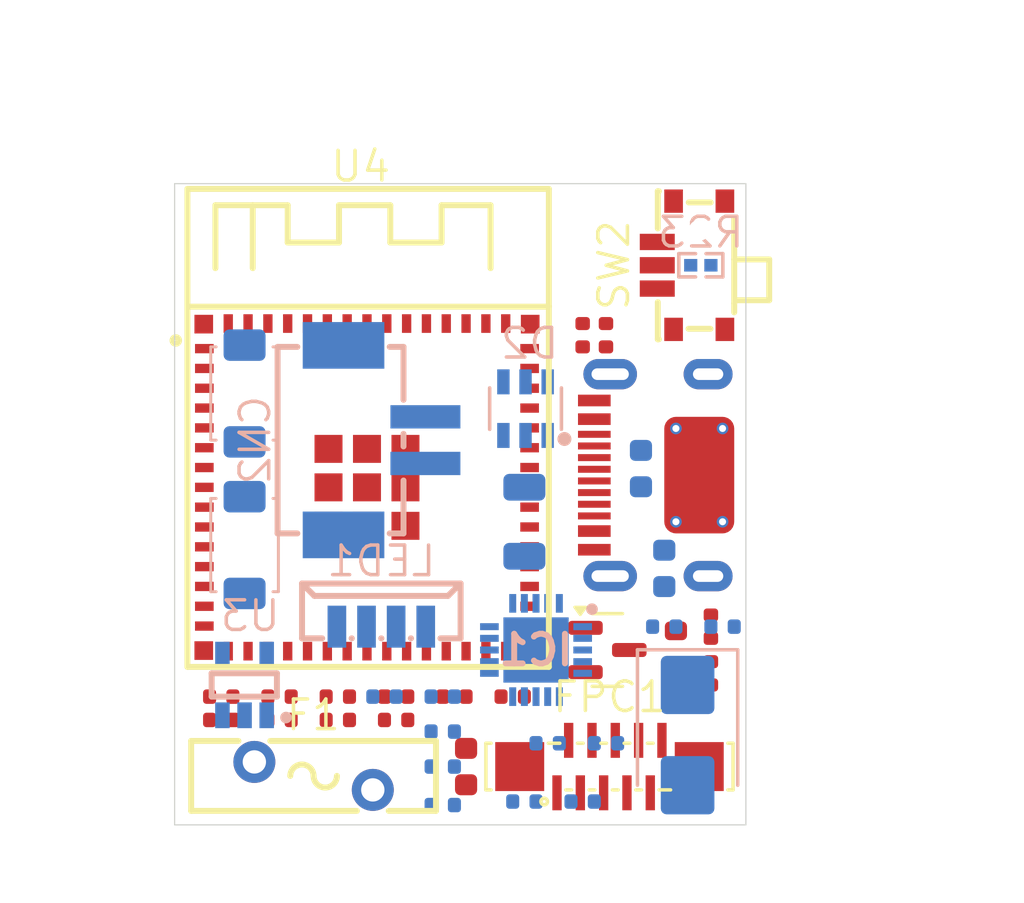
<source format=kicad_pcb>
(kicad_pcb (version 20241229) (generator "pcbnew") (generator_version "9.0")
  (layers (0 "F.Cu" signal) (2 "B.Cu" signal) (13 "F.Paste" user) (15 "B.Paste" user) (5 "F.SilkS" user "F.Silkscreen") (7 "B.SilkS" user "B.Silkscreen") (1 "F.Mask" user) (3 "B.Mask" user) (25 "Edge.Cuts" user))
  (net 0 "")
  (net 1 "GND")
  (net 2 "3.7")
  (net 3 "3.3V")
  (net 4 "EN")
  (net 5 "Net-(IC1-IN)")
  (net 6 "Net-(C13-Pad2)")
  (net 7 "Net-(IC1-VBAT)")
  (net 10 "D+")
  (net 11 "D-")
  (net 12 "Net-(F1-Pad1)")
  (net 13 "GPIO9")
  (net 14 "GPIO10")
  (net 15 "GPIO7")
  (net 18 "GPIO8")
  (net 20 "Net-(Q1-C)")
  (net 21 "GPIO11")
  (net 22 "FULL")
  (net 23 "5VI")
  (net 24 "Net-(IC1-PROG1)")
  (net 25 "Net-(IC1-PROG3)")
  (net 26 "CHA")
  (net 27 "Net-(IC1-THERM)")
  (net 28 "Net-(IC1-CE)")
  (net 29 "Net-(IC1-~{TE})")
  (net 32 "Net-(J1-CC1)")
  (net 33 "Net-(J1-CC2)")
  (net 34 "GPIO3")
  (net 35 "GPIO2")
  (net 36 "Net-(Q1-B)")
  (net 37 "BOOT")
  (net 38 "Net-(R4-Pad2)")
  (net 39 "GPIO12")
  (net 40 "Net-(U4-IO19)")
  (net 41 "Net-(U4-IO20)")
  (net 46 "Net-(U3-EN)")
  (footprint "PCM_JLCPCB:R_0402" (layer "F.Cu") (at 216.5 94 90)
    (property "Reference" "R15" (hide yes))
    (property "Value" "4.7kΩ" (hide yes))
    (pad "1" smd roundrect (at -0.5 0 90) (size 0.56 0.62) (layers "F.Cu" "F.Mask" "F.Paste") (net 3 "3.3V"))
    (pad "2" smd roundrect (at 0.5 0 90) (size 0.56 0.62) (layers "F.Cu" "F.Mask" "F.Paste") (net 35 "GPIO2"))
  )
  (footprint "PCM_JLCPCB:R_0402" (layer "F.Cu") (at 222 108.5 90)
    (property "Reference" "R18" (hide yes))
    (property "Value" "10kΩ" (hide yes))
    (pad "1" smd roundrect (at -0.5 0 90) (size 0.56 0.62) (layers "F.Cu" "F.Mask" "F.Paste") (net 39 "GPIO12"))
    (pad "2" smd roundrect (at 0.5 0 90) (size 0.56 0.62) (layers "F.Cu" "F.Mask" "F.Paste") (net 1 "GND"))
  )
  (footprint "PCM_JLCPCB:R_0402" (layer "F.Cu") (at 217.5 94 90)
    (property "Reference" "R16" (hide yes))
    (property "Value" "4.7kΩ" (hide yes))
    (pad "1" smd roundrect (at -0.5 0 90) (size 0.56 0.62) (layers "F.Cu" "F.Mask" "F.Paste") (net 34 "GPIO3"))
    (pad "2" smd roundrect (at 0.5 0 90) (size 0.56 0.62) (layers "F.Cu" "F.Mask" "F.Paste") (net 3 "3.3V"))
  )
  (footprint "PCM_JLCPCB:C_0402" (layer "F.Cu") (at 201 109.5)
    (property "Reference" "C14" (hide yes))
    (property "Value" "100nF")
    (pad "1" smd roundrect (at -0.5 0) (size 0.56 0.62) (layers "F.Cu" "F.Mask" "F.Paste") (net 1 "GND"))
    (pad "2" smd roundrect (at 0.5 0) (size 0.56 0.62) (layers "F.Cu" "F.Mask" "F.Paste") (net 3 "3.3V"))
  )
  (footprint "PCM_JLCPCB:C_0603" (layer "F.Cu") (at 211.5 112.5 90)
    (property "Reference" "C9" (hide yes))
    (property "Value" "10uF")
    (pad "1" smd roundrect (at -0.78 0 90) (size 0.9 0.95) (layers "F.Cu" "F.Mask" "F.Paste") (net 1 "GND"))
    (pad "2" smd roundrect (at 0.78 0 90) (size 0.9 0.95) (layers "F.Cu" "F.Mask" "F.Paste") (net 2 "3.7"))
  )
  (footprint "PCM_JLCPCB:C_0402" (layer "F.Cu") (at 222 106.5 90)
    (property "Reference" "C13" (hide yes))
    (property "Value" "100nF" (hide yes))
    (pad "1" smd roundrect (at -0.5 0 90) (size 0.56 0.62) (layers "F.Cu" "F.Mask" "F.Paste") (net 1 "GND"))
    (pad "2" smd roundrect (at 0.5 0 90) (size 0.56 0.62) (layers "F.Cu" "F.Mask" "F.Paste") (net 6 "Net-(C13-Pad2)"))
  )
  (footprint "PCM_JLCPCB:R_0402" (layer "F.Cu") (at 211 109.5)
    (property "Reference" "R4" (hide yes))
    (property "Value" "100kΩ" (hide yes))
    (pad "1" smd roundrect (at -0.5 0) (size 0.56 0.62) (layers "F.Cu" "F.Mask" "F.Paste") (net 2 "3.7"))
    (pad "2" smd roundrect (at 0.5 0) (size 0.56 0.62) (layers "F.Cu" "F.Mask" "F.Paste") (net 38 "Net-(R4-Pad2)"))
  )
  (footprint "PCM_JLCPCB:R_0402" (layer "F.Cu") (at 203.5 109.5)
    (property "Reference" "R5" (hide yes))
    (property "Value" "5.1kΩ" (hide yes))
    (pad "1" smd roundrect (at -0.5 0) (size 0.56 0.62) (layers "F.Cu" "F.Mask" "F.Paste") (net 32 "Net-(J1-CC1)"))
    (pad "2" smd roundrect (at 0.5 0) (size 0.56 0.62) (layers "F.Cu" "F.Mask" "F.Paste") (net 1 "GND"))
  )
  (footprint "JLPCB_ext:SW-SMD_MSK12CO2" (layer "F.Cu") (at 221.15 91.0001 90)
    (property "Reference" "SW2" (at 0 -3.3101 90) (layer "F.SilkS") (effects (font (size 1.27 1.27))))
    (property "Value" "MINI MSK12CO2")
    (fp_line (start 3.175 -1.4281) (end 3.175 -1.3812) (stroke (width 0.254)) (layer "F.SilkS"))
    (fp_line (start 1.5811 -1.4281) (end 3.175 -1.4281) (stroke (width 0.254)) (layer "F.SilkS"))
    (fp_line (start -1.5824 -1.4272) (end -3.175 -1.4272) (stroke (width 0.254)) (layer "F.SilkS"))
    (fp_line (start -3.175 -1.4272) (end -3.175 -1.3815) (stroke (width 0.254)) (layer "F.SilkS"))
    (fp_line (start -2.7234 -0.1095) (end -2.7234 0.8282) (stroke (width 0.254)) (layer "F.SilkS"))
    (fp_line (start 2.6952 -0.1001) (end 2.6952 0.8377) (stroke (width 0.254)) (layer "F.SilkS"))
    (fp_line (start 0.2501 1.85) (end 0.2501 3.35) (stroke (width 0.254)) (layer "F.SilkS"))
    (fp_line (start 0.25 1.85) (end 2.0189 1.85) (stroke (width 0.254)) (layer "F.SilkS"))
    (fp_line (start 0.25 1.85) (end -1.6378 1.85) (stroke (width 0.254)) (layer "F.SilkS"))
    (fp_line (start -1.6378 1.85) (end -2.0189 1.85) (stroke (width 0.254)) (layer "F.SilkS"))
    (fp_line (start 0.2501 3.35) (end -1.5 3.35) (stroke (width 0.254)) (layer "F.SilkS"))
    (fp_line (start -1.5 3.35) (end -1.5 1.9001) (stroke (width 0.254)) (layer "F.SilkS"))
    (pad "" np_thru_hole circle (at -1.4999 0.35 90) (size 0.9 0.9) (drill 0.9) (layers "*.Cu" "*.Mask"))
    (pad "" np_thru_hole circle (at 1.5001 0.35 90) (size 0.9 0.9) (drill 0.9) (layers "*.Cu" "*.Mask"))
    (pad "1" smd rect (at -1 -1.4501 90) (size 0.7 1.5) (layers "F.Cu" "F.Mask" "F.Paste") (net 1 "GND"))
    (pad "2" smd rect (at 0 -1.4501 90) (size 0.7 1.5) (layers "F.Cu" "F.Mask" "F.Paste") (net 46 "Net-(U3-EN)"))
    (pad "3" smd rect (at 1 -1.4501 90) (size 0.7 1.5) (layers "F.Cu" "F.Mask" "F.Paste") (net 38 "Net-(R4-Pad2)"))
    (pad "4" smd rect (at -2.7501 -0.7501 90) (size 1 0.8) (layers "F.Cu" "F.Mask" "F.Paste"))
    (pad "4" smd rect (at -2.7501 1.4501 90) (size 1 0.8) (layers "F.Cu" "F.Mask" "F.Paste"))
    (pad "5" smd rect (at 2.7501 -0.7501 90) (size 1 0.8) (layers "F.Cu" "F.Mask" "F.Paste"))
    (pad "5" smd rect (at 2.7501 1.4501 90) (size 1 0.8) (layers "F.Cu" "F.Mask" "F.Paste"))
  )
  (footprint "PCM_JLCPCB:C_0402" (layer "F.Cu") (at 203.5 110.5)
    (property "Reference" "C16" (hide yes))
    (property "Value" "100nF")
    (pad "1" smd roundrect (at -0.5 0) (size 0.56 0.62) (layers "F.Cu" "F.Mask" "F.Paste") (net 3 "3.3V"))
    (pad "2" smd roundrect (at 0.5 0) (size 0.56 0.62) (layers "F.Cu" "F.Mask" "F.Paste") (net 1 "GND"))
  )
  (footprint "PCM_JLCPCB:Q_SOT-23" (layer "F.Cu") (at 217.56 107.5)
    (property "Reference" "Q1" (hide yes))
    (property "Value" "MMBT2222A 1P")
    (fp_line (start 0 -1.56) (end -0.65 -1.56) (stroke (width 0.15)) (layer "F.SilkS"))
    (fp_line (start 0 -1.56) (end 0.65 -1.56) (stroke (width 0.15)) (layer "F.SilkS"))
    (fp_line (start 0 1.56) (end -0.65 1.56) (stroke (width 0.15)) (layer "F.SilkS"))
    (fp_line (start 0 1.56) (end 0.65 1.56) (stroke (width 0.15)) (layer "F.SilkS"))
    (fp_poly (pts (xy -1.1625 -1.51) (xy -1.4025 -1.84) (xy -0.9225 -1.84) (xy -1.1625 -1.51)) (stroke (width 0.12)) (fill yes) (layer "F.SilkS"))
    (pad "1" smd roundrect (at -0.94 -0.95) (size 1.48 0.6) (layers "F.Cu" "F.Mask" "F.Paste") (net 36 "Net-(Q1-B)"))
    (pad "2" smd roundrect (at -0.94 0.95) (size 1.48 0.6) (layers "F.Cu" "F.Mask" "F.Paste") (net 1 "GND"))
    (pad "3" smd roundrect (at 0.94 0) (size 1.48 0.6) (layers "F.Cu" "F.Mask" "F.Paste") (net 20 "Net-(Q1-C)"))
  )
  (footprint "PCM_JLCPCB:TYPE-C-SMD_HX-TYPE-C-16PIN" (layer "F.Cu") (at 219.5 100 90)
    (property "Reference" "J1" (hide yes))
    (property "Value" "Connector, USB-TYPE-C-16P" (hide yes))
    (pad "" np_thru_hole circle (at -2.89 -1.3 90) (size 0.6 0.6) (drill 0.6) (layers "*.Cu" "*.Mask"))
    (pad "" np_thru_hole circle (at 2.89 -1.3 90) (size 0.6 0.6) (drill 0.6) (layers "*.Cu" "*.Mask"))
    (pad "A5" smd rect (at -1.25 -2.5 90) (size 0.3 1.4) (layers "F.Cu" "F.Mask" "F.Paste") (net 32 "Net-(J1-CC1)"))
    (pad "A6" smd rect (at -0.25 -2.5 90) (size 0.3 1.4) (layers "F.Cu" "F.Mask" "F.Paste") (net 10 "D+"))
    (pad "A7" smd rect (at 0.25 -2.5 90) (size 0.3 1.4) (layers "F.Cu" "F.Mask" "F.Paste") (net 11 "D-"))
    (pad "A8" smd rect (at 1.25 -2.5 90) (size 0.3 1.4) (layers "F.Cu" "F.Mask" "F.Paste"))
    (pad "A9B4" smd rect (at 2.4 -2.5 90) (size 0.5 1.4) (layers "F.Cu" "F.Mask" "F.Paste") (net 12 "Net-(F1-Pad1)"))
    (pad "A12B1" smd rect (at 3.2 -2.5 90) (size 0.5 1.4) (layers "F.Cu" "F.Mask" "F.Paste") (net 1 "GND"))
    (pad "B5" smd rect (at 1.75 -2.5 90) (size 0.3 1.4) (layers "F.Cu" "F.Mask" "F.Paste") (net 33 "Net-(J1-CC2)"))
    (pad "B6" smd rect (at 0.75 -2.5 90) (size 0.3 1.4) (layers "F.Cu" "F.Mask" "F.Paste") (net 10 "D+"))
    (pad "B7" smd rect (at -0.75 -2.5 90) (size 0.3 1.4) (layers "F.Cu" "F.Mask" "F.Paste") (net 11 "D-"))
    (pad "B8" smd rect (at -1.75 -2.5 90) (size 0.3 1.4) (layers "F.Cu" "F.Mask" "F.Paste"))
    (pad "B9A4" smd rect (at -2.4 -2.5 90) (size 0.5 1.4) (layers "F.Cu" "F.Mask" "F.Paste") (net 12 "Net-(F1-Pad1)"))
    (pad "B12A1" smd rect (at -3.2 -2.5 90) (size 0.5 1.4) (layers "F.Cu" "F.Mask" "F.Paste") (net 1 "GND"))
    (pad "S1" thru_hole oval (at -4.33 -1.82 90) (size 1.3 2.3) (drill oval 0.5 1.6) (layers "*.Cu" "*.Mask") (net 1 "GND"))
    (pad "S1" thru_hole oval (at -4.33 2.38 90) (size 1.3 2.1) (drill oval 0.5 1.3) (layers "*.Cu" "*.Mask") (net 1 "GND"))
    (pad "S1" thru_hole circle (at -2 1 90) (size 0.5 0.5) (drill 0.3) (layers "*.Cu" "*.Mask") (net 1 "GND"))
    (pad "S1" thru_hole circle (at -2 3 90) (size 0.5 0.5) (drill 0.3) (layers "*.Cu" "*.Mask") (net 1 "GND"))
    (pad "S1" smd roundrect (at 0 2 90) (size 5 3) (layers "F.Cu" "F.Mask" "F.Paste") (roundrect_rratio 0.1666666667) (net 1 "GND"))
    (pad "S1" thru_hole circle (at 2 1 90) (size 0.5 0.5) (drill 0.3) (layers "*.Cu" "*.Mask") (net 1 "GND"))
    (pad "S1" thru_hole circle (at 2 3 90) (size 0.5 0.5) (drill 0.3) (layers "*.Cu" "*.Mask") (net 1 "GND"))
    (pad "S1" thru_hole oval (at 4.33 -1.82 90) (size 1.3 2.3) (drill oval 0.5 1.6) (layers "*.Cu" "*.Mask") (net 1 "GND"))
    (pad "S1" thru_hole oval (at 4.33 2.38 90) (size 1.3 2.1) (drill oval 0.5 1.3) (layers "*.Cu" "*.Mask") (net 1 "GND"))
  )
  (footprint "PCM_JLCPCB:R_0603" (layer "F.Cu") (at 220.5 107.5 90)
    (property "Reference" "R14" (hide yes))
    (property "Value" "68Ω" (hide yes))
    (pad "1" smd roundrect (at -0.82 0 90) (size 0.8 0.95) (layers "F.Cu" "F.Mask" "F.Paste") (net 3 "3.3V"))
    (pad "2" smd roundrect (at 0.82 0 90) (size 0.8 0.95) (layers "F.Cu" "F.Mask" "F.Paste") (net 6 "Net-(C13-Pad2)"))
  )
  (footprint "PCM_JLCPCB:R_0402" (layer "F.Cu") (at 208.5 109.5)
    (property "Reference" "R2" (hide yes))
    (property "Value" "10kΩ" (hide yes))
    (pad "1" smd roundrect (at -0.5 0) (size 0.56 0.62) (layers "F.Cu" "F.Mask" "F.Paste") (net 3 "3.3V"))
    (pad "2" smd roundrect (at 0.5 0) (size 0.56 0.62) (layers "F.Cu" "F.Mask" "F.Paste") (net 37 "BOOT"))
  )
  (footprint "PCM_JLCPCB:C_0402" (layer "F.Cu") (at 206 109.5)
    (property "Reference" "C17" (hide yes))
    (property "Value" "100nF")
    (pad "1" smd roundrect (at -0.5 0) (size 0.56 0.62) (layers "F.Cu" "F.Mask" "F.Paste") (net 3 "3.3V"))
    (pad "2" smd roundrect (at 0.5 0) (size 0.56 0.62) (layers "F.Cu" "F.Mask" "F.Paste") (net 1 "GND"))
  )
  (footprint "PCM_JLCPCB:C_0402" (layer "F.Cu") (at 201 110.5)
    (property "Reference" "C15" (hide yes))
    (property "Value" "100nF")
    (pad "1" smd roundrect (at -0.5 0) (size 0.56 0.62) (layers "F.Cu" "F.Mask" "F.Paste") (net 3 "3.3V"))
    (pad "2" smd roundrect (at 0.5 0) (size 0.56 0.62) (layers "F.Cu" "F.Mask" "F.Paste") (net 1 "GND"))
  )
  (footprint "PCM_JLCPCB:R_0402" (layer "F.Cu") (at 208.5 110.5)
    (property "Reference" "R3" (hide yes))
    (property "Value" "10kΩ" (hide yes))
    (pad "1" smd roundrect (at -0.5 0) (size 0.56 0.62) (layers "F.Cu" "F.Mask" "F.Paste") (net 3 "3.3V"))
    (pad "2" smd roundrect (at 0.5 0) (size 0.56 0.62) (layers "F.Cu" "F.Mask" "F.Paste") (net 4 "EN"))
  )
  (footprint "PCM_JLCPCB:R_0402" (layer "F.Cu") (at 206 110.5)
    (property "Reference" "R1" (hide yes))
    (property "Value" "10kΩ" (hide yes))
    (pad "1" smd roundrect (at -0.5 0) (size 0.56 0.62) (layers "F.Cu" "F.Mask" "F.Paste") (net 4 "EN"))
    (pad "2" smd roundrect (at 0.5 0) (size 0.56 0.62) (layers "F.Cu" "F.Mask" "F.Paste") (net 3 "3.3V"))
  )
  (footprint "JLPCB_ext:CONN-SMD_0.5K-A-10PB" (layer "F.Cu") (at 217.65 112.5)
    (property "Reference" "FPC1" (at -0.00515 -2.985 0) (layer "F.SilkS") (effects (font (size 1.27 1.27))))
    (property "Value" "0.5K-A-10PB")
    (fp_line (start -5.3001 -1) (end -5.0793 -1) (stroke (width 0.15)) (layer "F.SilkS"))
    (fp_line (start -5.3001 1) (end -5.3001 -1) (stroke (width 0.15)) (layer "F.SilkS"))
    (fp_line (start -5.0793 1) (end -5.3001 1) (stroke (width 0.15)) (layer "F.SilkS"))
    (fp_line (start -2.6209 -1) (end -2.1293 -1) (stroke (width 0.15)) (layer "F.SilkS"))
    (fp_line (start -1.6293 1) (end -1.871 1) (stroke (width 0.15)) (layer "F.SilkS"))
    (fp_line (start -1.371 -1) (end -1.1293 -1) (stroke (width 0.15)) (layer "F.SilkS"))
    (fp_line (start -0.6293 1) (end -0.871 1) (stroke (width 0.15)) (layer "F.SilkS"))
    (fp_line (start -0.371 -1) (end -0.1293 -1) (stroke (width 0.15)) (layer "F.SilkS"))
    (fp_line (start 0.3707 1) (end 0.129 1) (stroke (width 0.15)) (layer "F.SilkS"))
    (fp_line (start 0.629 -1) (end 0.8707 -1) (stroke (width 0.15)) (layer "F.SilkS"))
    (fp_line (start 1.3707 1) (end 1.129 1) (stroke (width 0.15)) (layer "F.SilkS"))
    (fp_line (start 1.629 -1) (end 1.8707 -1) (stroke (width 0.15)) (layer "F.SilkS"))
    (fp_line (start 2.6207 1) (end 2.129 1) (stroke (width 0.15)) (layer "F.SilkS"))
    (fp_line (start 5.079 -1) (end 5.2999 -1) (stroke (width 0.15)) (layer "F.SilkS"))
    (fp_line (start 5.2999 -1) (end 5.2999 1) (stroke (width 0.15)) (layer "F.SilkS"))
    (fp_line (start 5.2999 1) (end 5.079 1) (stroke (width 0.15)) (layer "F.SilkS"))
    (fp_circle (center -2.8002 1.4998) (end -2.6587 1.4998) (stroke (width 0.15)) (fill no) (layer "F.SilkS"))
    (pad "1" smd rect (at -2.2501 1.1249) (size 0.4 1.5) (layers "F.Cu" "F.Mask" "F.Paste") (net 20 "Net-(Q1-C)"))
    (pad "2" smd rect (at -1.7502 -1.125) (size 0.4 1.5) (layers "F.Cu" "F.Mask" "F.Paste") (net 6 "Net-(C13-Pad2)"))
    (pad "3" smd rect (at -1.2501 1.1249) (size 0.4 1.5) (layers "F.Cu" "F.Mask" "F.Paste") (net 1 "GND"))
    (pad "4" smd rect (at -0.7502 -1.125) (size 0.4 1.5) (layers "F.Cu" "F.Mask" "F.Paste") (net 3 "3.3V"))
    (pad "5" smd rect (at -0.2501 1.1249) (size 0.4 1.5) (layers "F.Cu" "F.Mask" "F.Paste"))
    (pad "6" smd rect (at 0.2498 -1.125) (size 0.4 1.5) (layers "F.Cu" "F.Mask" "F.Paste") (net 14 "GPIO10"))
    (pad "7" smd rect (at 0.7499 1.1249) (size 0.4 1.5) (layers "F.Cu" "F.Mask" "F.Paste") (net 21 "GPIO11"))
    (pad "8" smd rect (at 1.2498 -1.125) (size 0.4 1.5) (layers "F.Cu" "F.Mask" "F.Paste") (net 15 "GPIO7"))
    (pad "9" smd rect (at 1.7499 1.1249) (size 0.4 1.5) (layers "F.Cu" "F.Mask" "F.Paste") (net 18 "GPIO8"))
    (pad "10" smd rect (at 2.2498 -1.125) (size 0.4 1.5) (layers "F.Cu" "F.Mask" "F.Paste") (net 13 "GPIO9"))
    (pad "11" smd rect (at -3.85 0) (size 2.1 2.1) (layers "F.Cu" "F.Mask" "F.Paste"))
    (pad "12" smd rect (at 3.85 0) (size 2.1 2.1) (layers "F.Cu" "F.Mask" "F.Paste"))
  )
  (footprint "PCM_JLCPCB:R_0402" (layer "F.Cu") (at 213.5 109.5 180)
    (property "Reference" "R17" (hide yes))
    (property "Value" "5.1kΩ" (hide yes))
    (pad "1" smd roundrect (at -0.5 0 180) (size 0.56 0.62) (layers "F.Cu" "F.Mask" "F.Paste") (net 39 "GPIO12"))
    (pad "2" smd roundrect (at 0.5 0 180) (size 0.56 0.62) (layers "F.Cu" "F.Mask" "F.Paste") (net 36 "Net-(Q1-B)"))
  )
  (footprint "JLPCB_ext:SMD1812P110TF" (layer "F.Cu") (at 204.96 112.9001)
    (property "Reference" "F1" (at -0.01655 -2.6099 0) (layer "F.SilkS") (effects (font (size 1.27 1.27))))
    (property "Value" "MF-R075")
    (fp_line (start -5.2499 -1.4999) (end -3.2237 -1.4999) (stroke (width 0.254)) (layer "F.SilkS"))
    (fp_line (start -5.2499 1.5001) (end -5.2499 -1.4999) (stroke (width 0.254)) (layer "F.SilkS"))
    (fp_line (start -1.8563 -1.4999) (end 5.2499 -1.4999) (stroke (width 0.254)) (layer "F.SilkS"))
    (fp_line (start 1.8566 1.5001) (end -5.2499 1.5001) (stroke (width 0.254)) (layer "F.SilkS"))
    (fp_line (start 5.2499 -1.4999) (end 5.2499 1.5001) (stroke (width 0.254)) (layer "F.SilkS"))
    (fp_line (start 5.2499 1.5001) (end 3.2234 1.5001) (stroke (width 0.254)) (layer "F.SilkS"))
    (fp_arc (start -1 0) (mid -0.5 -0.488828) (end 0 0) (stroke (width 0.254)) (layer "F.SilkS"))
    (fp_arc (start 1.0008 0) (mid 0.5004 0.5004) (end 0 0) (stroke (width 0.254)) (layer "F.SilkS"))
    (pad "1" thru_hole oval (at -2.54 -0.5999) (size 1.8 1.8) (drill 1) (layers "*.Cu" "*.Mask") (net 12 "Net-(F1-Pad1)"))
    (pad "2" thru_hole oval (at 2.54 0.5999) (size 1.8 1.8) (drill 1) (layers "*.Cu" "*.Mask") (net 5 "Net-(IC1-IN)"))
  )
  (footprint "JLPCB_ext:BULETM-SMD_ESP32-S3-MINI-1-N8" (layer "F.Cu") (at 207.2499 100.525)
    (property "Reference" "U4" (at -0.2707 -13.7621 0) (layer "F.SilkS") (effects (font (size 1.27 1.27))))
    (property "Value" "ESP32-S3-MINI-1-N8")
    (fp_line (start -7.7 -12.8001) (end 7.8 -12.8001) (stroke (width 0.254)) (layer "F.SilkS"))
    (fp_line (start -7.7 -7.7497) (end 7.8 -7.7497) (stroke (width 0.254)) (layer "F.SilkS"))
    (fp_line (start -7.7 7.6999) (end -7.7 -12.8001) (stroke (width 0.254)) (layer "F.SilkS"))
    (fp_line (start -6.5 -12.1001) (end -4.9 -12.1001) (stroke (width 0.254)) (layer "F.SilkS"))
    (fp_line (start -6.5 -9.4001) (end -6.5 -12.1001) (stroke (width 0.254)) (layer "F.SilkS"))
    (fp_line (start -4.9 -12.1001) (end -4.9 -9.4001) (stroke (width 0.254)) (layer "F.SilkS"))
    (fp_line (start -4.9 -12.1001) (end -3.4 -12.1001) (stroke (width 0.254)) (layer "F.SilkS"))
    (fp_line (start -3.4 -12.1001) (end -3.4 -10.5001) (stroke (width 0.254)) (layer "F.SilkS"))
    (fp_line (start -3.4 -10.5001) (end -1.2 -10.5001) (stroke (width 0.254)) (layer "F.SilkS"))
    (fp_line (start -1.2 -12.1001) (end 1 -12.1001) (stroke (width 0.254)) (layer "F.SilkS"))
    (fp_line (start -1.2 -10.5001) (end -1.2 -12.1001) (stroke (width 0.254)) (layer "F.SilkS"))
    (fp_line (start 1 -12.1001) (end 1 -10.5001) (stroke (width 0.254)) (layer "F.SilkS"))
    (fp_line (start 1 -10.5001) (end 3.2 -10.5001) (stroke (width 0.254)) (layer "F.SilkS"))
    (fp_line (start 3.2 -12.1001) (end 5.3 -12.1001) (stroke (width 0.254)) (layer "F.SilkS"))
    (fp_line (start 3.2 -10.5001) (end 3.2 -12.1001) (stroke (width 0.254)) (layer "F.SilkS"))
    (fp_line (start 5.3 -12.1001) (end 5.3 -9.4001) (stroke (width 0.254)) (layer "F.SilkS"))
    (fp_line (start 7.8 -12.8001) (end 7.8 7.6999) (stroke (width 0.254)) (layer "F.SilkS"))
    (fp_line (start 7.8 -7.7497) (end 7.8 -7.786) (stroke (width 0.254)) (layer "F.SilkS"))
    (fp_line (start 7.8 7.6999) (end -7.7 7.6999) (stroke (width 0.254)) (layer "F.SilkS"))
    (fp_circle (center -8.1999 -6.3001) (end -8.0584 -6.3001) (stroke (width 0.254)) (fill no) (layer "F.SilkS"))
    (pad "1" smd rect (at -6.9751 -5.9501 90) (size 0.4 0.8) (layers "F.Cu" "F.Mask" "F.Paste") (net 1 "GND"))
    (pad "2" smd rect (at -6.9751 -5.1002 90) (size 0.4 0.8) (layers "F.Cu" "F.Mask" "F.Paste") (net 1 "GND"))
    (pad "3" smd rect (at -6.9751 -4.2501 90) (size 0.4 0.8) (layers "F.Cu" "F.Mask" "F.Paste") (net 3 "3.3V"))
    (pad "4" smd rect (at -6.9751 -3.4002 90) (size 0.4 0.8) (layers "F.Cu" "F.Mask" "F.Paste") (net 37 "BOOT"))
    (pad "5" smd rect (at -6.9751 -2.55 90) (size 0.4 0.8) (layers "F.Cu" "F.Mask" "F.Paste"))
    (pad "6" smd rect (at -6.9751 -1.7001 90) (size 0.4 0.8) (layers "F.Cu" "F.Mask" "F.Paste") (net 35 "GPIO2"))
    (pad "7" smd rect (at -6.9751 -0.85 90) (size 0.4 0.8) (layers "F.Cu" "F.Mask" "F.Paste") (net 34 "GPIO3"))
    (pad "8" smd rect (at -6.9751 -0.0001 90) (size 0.4 0.8) (layers "F.Cu" "F.Mask" "F.Paste"))
    (pad "9" smd rect (at -6.9751 0.8498 90) (size 0.4 0.8) (layers "F.Cu" "F.Mask" "F.Paste"))
    (pad "10" smd rect (at -6.9751 1.6999 90) (size 0.4 0.8) (layers "F.Cu" "F.Mask" "F.Paste"))
    (pad "11" smd rect (at -6.9751 2.5498 90) (size 0.4 0.8) (layers "F.Cu" "F.Mask" "F.Paste") (net 15 "GPIO7"))
    (pad "12" smd rect (at -6.9751 3.3999 90) (size 0.4 0.8) (layers "F.Cu" "F.Mask" "F.Paste") (net 18 "GPIO8"))
    (pad "13" smd rect (at -6.9751 4.2498 90) (size 0.4 0.8) (layers "F.Cu" "F.Mask" "F.Paste") (net 13 "GPIO9"))
    (pad "14" smd rect (at -6.9751 5.0999 90) (size 0.4 0.8) (layers "F.Cu" "F.Mask" "F.Paste") (net 14 "GPIO10"))
    (pad "15" smd rect (at -6.9751 5.9498 90) (size 0.4 0.8) (layers "F.Cu" "F.Mask" "F.Paste") (net 21 "GPIO11"))
    (pad "16" smd rect (at -5.95 7.025 180) (size 0.4 0.8) (layers "F.Cu" "F.Mask" "F.Paste") (net 39 "GPIO12"))
    (pad "17" smd rect (at -5.1001 7.025 180) (size 0.4 0.8) (layers "F.Cu" "F.Mask" "F.Paste"))
    (pad "18" smd rect (at -4.2499 7.025 180) (size 0.4 0.8) (layers "F.Cu" "F.Mask" "F.Paste"))
    (pad "19" smd rect (at -3.4 7.025 180) (size 0.4 0.8) (layers "F.Cu" "F.Mask" "F.Paste"))
    (pad "20" smd rect (at -2.5499 7.025 180) (size 0.4 0.8) (layers "F.Cu" "F.Mask" "F.Paste"))
    (pad "21" smd rect (at -1.7 7.025 180) (size 0.4 0.8) (layers "F.Cu" "F.Mask" "F.Paste"))
    (pad "22" smd rect (at -0.8499 7.025 180) (size 0.4 0.8) (layers "F.Cu" "F.Mask" "F.Paste"))
    (pad "23" smd rect (at 0 7.025 180) (size 0.4 0.8) (layers "F.Cu" "F.Mask" "F.Paste") (net 40 "Net-(U4-IO19)"))
    (pad "24" smd rect (at 0.8499 7.025 180) (size 0.4 0.8) (layers "F.Cu" "F.Mask" "F.Paste") (net 41 "Net-(U4-IO20)"))
    (pad "25" smd rect (at 1.7 7.025 180) (size 0.4 0.8) (layers "F.Cu" "F.Mask" "F.Paste"))
    (pad "26" smd rect (at 2.5499 7.025 180) (size 0.4 0.8) (layers "F.Cu" "F.Mask" "F.Paste"))
    (pad "27" smd rect (at 3.4 7.025 180) (size 0.4 0.8) (layers "F.Cu" "F.Mask" "F.Paste"))
    (pad "28" smd rect (at 4.2499 7.025 180) (size 0.4 0.8) (layers "F.Cu" "F.Mask" "F.Paste"))
    (pad "29" smd rect (at 5.1001 7.025 180) (size 0.4 0.8) (layers "F.Cu" "F.Mask" "F.Paste"))
    (pad "30" smd rect (at 5.95 7.025 180) (size 0.4 0.8) (layers "F.Cu" "F.Mask" "F.Paste"))
    (pad "31" smd rect (at 6.9751 5.9498 270) (size 0.4 0.8) (layers "F.Cu" "F.Mask" "F.Paste"))
    (pad "32" smd rect (at 6.9751 5.0999 270) (size 0.4 0.8) (layers "F.Cu" "F.Mask" "F.Paste"))
    (pad "33" smd rect (at 6.9751 4.2498 270) (size 0.4 0.8) (layers "F.Cu" "F.Mask" "F.Paste"))
    (pad "34" smd rect (at 6.9751 3.3999 270) (size 0.4 0.8) (layers "F.Cu" "F.Mask" "F.Paste"))
    (pad "35" smd rect (at 6.9751 2.5498 270) (size 0.4 0.8) (layers "F.Cu" "F.Mask" "F.Paste"))
    (pad "36" smd rect (at 6.9751 1.6999 270) (size 0.4 0.8) (layers "F.Cu" "F.Mask" "F.Paste"))
    (pad "37" smd rect (at 6.9751 0.8498 270) (size 0.4 0.8) (layers "F.Cu" "F.Mask" "F.Paste"))
    (pad "38" smd rect (at 6.9751 -0.0001 270) (size 0.4 0.8) (layers "F.Cu" "F.Mask" "F.Paste"))
    (pad "39" smd rect (at 6.9751 -0.85 270) (size 0.4 0.8) (layers "F.Cu" "F.Mask" "F.Paste"))
    (pad "40" smd rect (at 6.9751 -1.7001 270) (size 0.4 0.8) (layers "F.Cu" "F.Mask" "F.Paste"))
    (pad "41" smd rect (at 6.9751 -2.55 270) (size 0.4 0.8) (layers "F.Cu" "F.Mask" "F.Paste"))
    (pad "42" smd rect (at 6.9751 -3.4002 270) (size 0.4 0.8) (layers "F.Cu" "F.Mask" "F.Paste") (net 1 "GND"))
    (pad "43" smd rect (at 6.9751 -4.2501 270) (size 0.4 0.8) (layers "F.Cu" "F.Mask" "F.Paste") (net 1 "GND"))
    (pad "44" smd rect (at 6.9751 -5.1002 270) (size 0.4 0.8) (layers "F.Cu" "F.Mask" "F.Paste"))
    (pad "45" smd rect (at 6.9751 -5.9501 270) (size 0.4 0.8) (layers "F.Cu" "F.Mask" "F.Paste") (net 4 "EN"))
    (pad "46" smd rect (at 5.95 -7.025) (size 0.4 0.8) (layers "F.Cu" "F.Mask" "F.Paste") (net 1 "GND"))
    (pad "47" smd rect (at 5.1001 -7.025) (size 0.4 0.8) (layers "F.Cu" "F.Mask" "F.Paste") (net 1 "GND"))
    (pad "48" smd rect (at 4.2499 -7.025) (size 0.4 0.8) (layers "F.Cu" "F.Mask" "F.Paste") (net 1 "GND"))
    (pad "49" smd rect (at 3.4 -7.025) (size 0.4 0.8) (layers "F.Cu" "F.Mask" "F.Paste") (net 1 "GND"))
    (pad "50" smd rect (at 2.5499 -7.025) (size 0.4 0.8) (layers "F.Cu" "F.Mask" "F.Paste") (net 1 "GND"))
    (pad "51" smd rect (at 1.7 -7.025) (size 0.4 0.8) (layers "F.Cu" "F.Mask" "F.Paste") (net 1 "GND"))
    (pad "52" smd rect (at 0.8499 -7.025) (size 0.4 0.8) (layers "F.Cu" "F.Mask" "F.Paste") (net 1 "GND"))
    (pad "53" smd rect (at 0 -7.025) (size 0.4 0.8) (layers "F.Cu" "F.Mask" "F.Paste") (net 1 "GND"))
    (pad "54" smd rect (at -0.8499 -7.025) (size 0.4 0.8) (layers "F.Cu" "F.Mask" "F.Paste") (net 1 "GND"))
    (pad "55" smd rect (at -1.7 -7.025) (size 0.4 0.8) (layers "F.Cu" "F.Mask" "F.Paste") (net 1 "GND"))
    (pad "56" smd rect (at -2.5499 -7.025) (size 0.4 0.8) (layers "F.Cu" "F.Mask" "F.Paste") (net 1 "GND"))
    (pad "57" smd rect (at -3.4 -7.025) (size 0.4 0.8) (layers "F.Cu" "F.Mask" "F.Paste") (net 1 "GND"))
    (pad "58" smd rect (at -4.2499 -7.025) (size 0.4 0.8) (layers "F.Cu" "F.Mask" "F.Paste") (net 1 "GND"))
    (pad "59" smd rect (at -5.1001 -7.025) (size 0.4 0.8) (layers "F.Cu" "F.Mask" "F.Paste") (net 1 "GND"))
    (pad "60" smd rect (at -5.95 -7.025) (size 0.4 0.8) (layers "F.Cu" "F.Mask" "F.Paste") (net 1 "GND"))
    (pad "GND" smd rect (at -7 -7.0001 90) (size 0.8 0.8) (layers "F.Cu" "F.Mask" "F.Paste") (net 1 "GND"))
    (pad "GND" smd rect (at -7 6.9999 90) (size 0.8 0.8) (layers "F.Cu" "F.Mask" "F.Paste") (net 1 "GND"))
    (pad "GND" smd rect (at -1.65 -1.6501 90) (size 1.2 1.2) (layers "F.Cu" "F.Mask" "F.Paste") (net 1 "GND"))
    (pad "GND" smd rect (at -1.65 -0.0001 90) (size 1.2 1.2) (layers "F.Cu" "F.Mask" "F.Paste") (net 1 "GND"))
    (pad "GND" smd rect (at -1.65 1.6499 90) (size 1.2 1.2) (layers "F.Cu" "F.Mask" "F.Paste") (net 1 "GND"))
    (pad "GND" smd rect (at 0 -1.6501 90) (size 1.2 1.2) (layers "F.Cu" "F.Mask" "F.Paste") (net 1 "GND"))
    (pad "GND" smd rect (at 0 -0.0001 90) (size 1.2 1.2) (layers "F.Cu" "F.Mask" "F.Paste") (net 1 "GND"))
    (pad "GND" smd rect (at 0 1.6499 90) (size 1.2 1.2) (layers "F.Cu" "F.Mask" "F.Paste") (net 1 "GND"))
    (pad "GND" smd rect (at 1.65 -1.6501 90) (size 1.2 1.2) (layers "F.Cu" "F.Mask" "F.Paste") (net 1 "GND"))
    (pad "GND" smd rect (at 1.65 -0.0001 90) (size 1.2 1.2) (layers "F.Cu" "F.Mask" "F.Paste") (net 1 "GND"))
    (pad "GND" smd rect (at 1.65 1.6499 90) (size 1.2 1.2) (layers "F.Cu" "F.Mask" "F.Paste") (net 1 "GND"))
    (pad "GND" smd rect (at 7 -7.0001 90) (size 0.8 0.8) (layers "F.Cu" "F.Mask" "F.Paste") (net 1 "GND"))
    (pad "GND" smd rect (at 7 6.9999 90) (size 0.8 0.8) (layers "F.Cu" "F.Mask" "F.Paste") (net 1 "GND"))
  )
  (footprint "PCM_JLCPCB:R_0402" (layer "B.Cu") (at 210.5 109.5 180)
    (property "Reference" "R19" (hide yes))
    (property "Value" "22Ω" (hide yes))
    (pad "1" smd roundrect (at -0.5 0 180) (size 0.56 0.62) (layers "B.Cu" "B.Mask" "B.Paste") (net 40 "Net-(U4-IO19)"))
    (pad "2" smd roundrect (at 0.5 0 180) (size 0.56 0.62) (layers "B.Cu" "B.Mask" "B.Paste") (net 11 "D-"))
  )
  (footprint "PCM_JLCPCB:C_1206" (layer "B.Cu") (at 214 102 90)
    (property "Reference" "C3" (hide yes))
    (property "Value" "22uF")
    (pad "1" smd roundrect (at -1.48 0 90) (size 1.15 1.8) (layers "B.Cu" "B.Mask" "B.Paste") (roundrect_rratio 0.217391) (net 3 "3.3V"))
    (pad "2" smd roundrect (at 1.48 0 90) (size 1.15 1.8) (layers "B.Cu" "B.Mask" "B.Paste") (roundrect_rratio 0.217391) (net 1 "GND"))
  )
  (footprint "PCM_JLCPCB:R_0402" (layer "B.Cu") (at 215 111.5 180)
    (property "Reference" "R22" (hide yes))
    (property "Value" "100kΩ" (hide yes))
    (pad "1" smd roundrect (at -0.5 0 180) (size 0.56 0.62) (layers "B.Cu" "B.Mask" "B.Paste") (net 5 "Net-(IC1-IN)"))
    (pad "2" smd roundrect (at 0.5 0 180) (size 0.56 0.62) (layers "B.Cu" "B.Mask" "B.Paste") (net 28 "Net-(IC1-CE)"))
  )
  (footprint "PCM_JLCPCB:R_0402" (layer "B.Cu") (at 217.5 111.5 180)
    (property "Reference" "R21" (hide yes))
    (property "Value" "100kΩ" (hide yes))
    (pad "1" smd roundrect (at -0.5 0 180) (size 0.56 0.62) (layers "B.Cu" "B.Mask" "B.Paste") (net 1 "GND"))
    (pad "2" smd roundrect (at 0.5 0 180) (size 0.56 0.62) (layers "B.Cu" "B.Mask" "B.Paste") (net 29 "Net-(IC1-~{TE})"))
  )
  (footprint "PCM_JLCPCB:C_0603" (layer "B.Cu") (at 220 104 -90)
    (property "Reference" "C7" (hide yes))
    (property "Value" "10uF")
    (pad "1" smd roundrect (at -0.78 0 270) (size 0.9 0.95) (layers "B.Cu" "B.Mask" "B.Paste") (net 5 "Net-(IC1-IN)"))
    (pad "2" smd roundrect (at 0.78 0 270) (size 0.9 0.95) (layers "B.Cu" "B.Mask" "B.Paste") (net 1 "GND"))
  )
  (footprint "PCM_JLCPCB:C_0402" (layer "B.Cu") (at 210.5 114.15 180)
    (property "Reference" "C2" (hide yes))
    (property "Value" "1uF")
    (pad "1" smd roundrect (at -0.5 0 180) (size 0.56 0.62) (layers "B.Cu" "B.Mask" "B.Paste") (net 3 "3.3V"))
    (pad "2" smd roundrect (at 0.5 0 180) (size 0.56 0.62) (layers "B.Cu" "B.Mask" "B.Paste") (net 1 "GND"))
  )
  (footprint "PCM_JLCPCB:C_0603" (layer "B.Cu") (at 219 99.72 90)
    (property "Reference" "C1" (hide yes))
    (property "Value" "10uF")
    (pad "1" smd roundrect (at -0.78 0 90) (size 0.9 0.95) (layers "B.Cu" "B.Mask" "B.Paste") (net 1 "GND"))
    (pad "2" smd roundrect (at 0.78 0 90) (size 0.9 0.95) (layers "B.Cu" "B.Mask" "B.Paste") (net 2 "3.7"))
  )
  (footprint "PCM_JLCPCB:SW_TS-1088-AR02016" (layer "B.Cu") (at 202 103 90)
    (property "Reference" "S1" (hide yes))
    (property "Value" "Tactile Button, 160gf")
    (fp_line (start 2 -1.45) (end -2 -1.45) (stroke (width 0.127)) (layer "B.SilkS"))
    (fp_line (start 2 -1.45) (end 2 -1.22) (stroke (width 0.127)) (layer "B.SilkS"))
    (fp_line (start -2 -1.45) (end -2 -1.22) (stroke (width 0.127)) (layer "B.SilkS"))
    (fp_line (start -2 1.22) (end -2 1.45) (stroke (width 0.127)) (layer "B.SilkS"))
    (fp_line (start 2 1.45) (end 2 1.22) (stroke (width 0.127)) (layer "B.SilkS"))
    (fp_line (start -2 1.45) (end 2 1.45) (stroke (width 0.127)) (layer "B.SilkS"))
    (pad "1" smd roundrect (at -2.075 0 90) (size 1.35 1.8) (layers "B.Cu" "B.Mask" "B.Paste") (roundrect_rratio 0.1851851852) (net 4 "EN"))
    (pad "2" smd roundrect (at 2.075 0 90) (size 1.35 1.8) (layers "B.Cu" "B.Mask" "B.Paste") (roundrect_rratio 0.1851851852) (net 1 "GND"))
  )
  (footprint "PCM_JLCPCB:R_0402" (layer "B.Cu") (at 208 109.5 180)
    (property "Reference" "R6" (hide yes))
    (property "Value" "5.1kΩ" (hide yes))
    (pad "1" smd roundrect (at -0.5 0 180) (size 0.56 0.62) (layers "B.Cu" "B.Mask" "B.Paste") (net 33 "Net-(J1-CC2)"))
    (pad "2" smd roundrect (at 0.5 0 180) (size 0.56 0.62) (layers "B.Cu" "B.Mask" "B.Paste") (net 1 "GND"))
  )
  (footprint "JLPCB_ext:CONN-SMD_PH2.0-1X2PW" (layer "B.Cu") (at 208 98.5 -90)
    (property "Reference" "CN2" (at 0 5.5456 90) (layer "B.SilkS") (effects (font (size 1.27 1.27)) (justify mirror)))
    (property "Value" "PH2.0-2P-LT")
    (fp_line (start -4 4.5836) (end 4 4.5835) (stroke (width 0.254)) (layer "B.SilkS"))
    (fp_line (start -4 4.5836) (end -4 3.7368) (stroke (width 0.254)) (layer "B.SilkS"))
    (fp_line (start 4 4.5836) (end 4 3.7368) (stroke (width 0.254)) (layer "B.SilkS"))
    (fp_line (start -4 -0.2256) (end -4 -0.8164) (stroke (width 0.254)) (layer "B.SilkS"))
    (fp_line (start 4 -0.2256) (end 4 -0.8164) (stroke (width 0.254)) (layer "B.SilkS"))
    (fp_line (start -4 -0.8164) (end -1.731 -0.8164) (stroke (width 0.254)) (layer "B.SilkS"))
    (fp_line (start -0.2687 -0.8164) (end 0.269 -0.8164) (stroke (width 0.254)) (layer "B.SilkS"))
    (fp_line (start 1.7313 -0.8165) (end 4 -0.8164) (stroke (width 0.254)) (layer "B.SilkS"))
    (pad "1" smd rect (at -0.9997 -1.7557 270) (size 1 3) (layers "B.Cu" "B.Mask" "B.Paste") (net 7 "Net-(IC1-VBAT)"))
    (pad "2" smd rect (at 1.0003 -1.7557 270) (size 1 3) (layers "B.Cu" "B.Mask" "B.Paste") (net 1 "GND"))
    (pad "3" smd rect (at 4.064 1.7556 270) (size 2 3.5) (layers "B.Cu" "B.Mask" "B.Paste"))
    (pad "4" smd rect (at -4.064 1.7556 270) (size 2 3.5) (layers "B.Cu" "B.Mask" "B.Paste"))
  )
  (footprint "PCM_JLCPCB:D_SMB" (layer "B.Cu") (at 221 111.15 -90)
    (property "Reference" "D1" (hide yes))
    (property "Value" "SMBJ6.0A")
    (fp_line (start -3.66 2.15) (end 2.15 2.15) (stroke (width 0.15)) (layer "B.SilkS"))
    (fp_line (start -3.66 2.15) (end -3.66 -2.15) (stroke (width 0.15)) (layer "B.SilkS"))
    (fp_line (start -3.66 -2.15) (end 2.15 -2.15) (stroke (width 0.15)) (layer "B.SilkS"))
    (pad "1" smd roundrect (at -2.15 0 270) (size 2.5 2.3) (layers "B.Cu" "B.Mask" "B.Paste") (roundrect_rratio 0.1086956522) (net 5 "Net-(IC1-IN)"))
    (pad "2" smd roundrect (at 2.15 0 270) (size 2.5 2.3) (layers "B.Cu" "B.Mask" "B.Paste") (roundrect_rratio 0.1086956522) (net 1 "GND"))
  )
  (footprint "JLPCB_ext:SOT-25-5_L2.9-W1.6-P0.95-LS2.8-BL" (layer "B.Cu") (at 202 109 180)
    (property "Reference" "U3" (at -0.244179 2.96245 0) (layer "B.SilkS") (effects (font (size 1.27 1.27)) (justify mirror)))
    (property "Value" "AP2112K-3.3TRG1")
    (fp_line (start 1.4119 0.5004) (end 1.4119 -0.5004) (stroke (width 0.254)) (layer "B.SilkS"))
    (fp_line (start 1.4119 -0.5004) (end -1.3872 -0.5004) (stroke (width 0.254)) (layer "B.SilkS"))
    (fp_line (start -1.3872 0.5004) (end 1.4119 0.5004) (stroke (width 0.254)) (layer "B.SilkS"))
    (fp_line (start -1.3872 -0.5004) (end -1.3872 0.5004) (stroke (width 0.254)) (layer "B.SilkS"))
    (fp_arc (start -1.777 -1.5215) (mid -1.7783 -1.272493) (end -1.7796 -1.5215) (stroke (width 0.2489)) (layer "B.SilkS"))
    (pad "1" smd rect (at -0.9497 -1.3 180) (size 0.6223 1.1049) (layers "B.Cu" "B.Mask" "B.Paste") (net 2 "3.7"))
    (pad "2" smd rect (at -0.0005 -1.3 180) (size 0.6223 1.1049) (layers "B.Cu" "B.Mask" "B.Paste") (net 1 "GND"))
    (pad "3" smd rect (at 0.9497 -1.3 180) (size 0.6223 1.1049) (layers "B.Cu" "B.Mask" "B.Paste") (net 46 "Net-(U3-EN)"))
    (pad "4" smd rect (at 0.9497 1.3 180) (size 0.6223 1.1049) (layers "B.Cu" "B.Mask" "B.Paste"))
    (pad "5" smd rect (at -0.9497 1.3 180) (size 0.6223 1.1049) (layers "B.Cu" "B.Mask" "B.Paste") (net 3 "3.3V"))
  )
  (footprint "JLPCB_ext:QFN50P400X400X100-21N-D" (layer "B.Cu") (at 214.5 107.5 180)
    (property "Reference" "IC1" (at 0 0 0) (layer "B.SilkS") (effects (font (size 1.27 1.27) (thickness 0.254)) (justify mirror)))
    (property "Value" "MCP73871-2CAI_ML" (hide yes))
    (fp_circle (center -2.4 1.75) (end -2.4 1.625) (stroke (width 0.25)) (fill no) (layer "B.SilkS"))
    (pad "1" smd rect (at -2 1 90) (size 0.3 0.8) (layers "B.Cu" "B.Mask" "B.Paste") (net 2 "3.7"))
    (pad "2" smd rect (at -2 0.5 90) (size 0.3 0.8) (layers "B.Cu" "B.Mask" "B.Paste") (net 5 "Net-(IC1-IN)"))
    (pad "3" smd rect (at -2 0 90) (size 0.3 0.8) (layers "B.Cu" "B.Mask" "B.Paste") (net 1 "GND"))
    (pad "4" smd rect (at -2 -0.5 90) (size 0.3 0.8) (layers "B.Cu" "B.Mask" "B.Paste") (net 5 "Net-(IC1-IN)"))
    (pad "5" smd rect (at -2 -1 90) (size 0.3 0.8) (layers "B.Cu" "B.Mask" "B.Paste") (net 27 "Net-(IC1-THERM)"))
    (pad "6" smd rect (at -1 -2 180) (size 0.3 0.8) (layers "B.Cu" "B.Mask" "B.Paste") (net 23 "5VI"))
    (pad "7" smd rect (at -0.5 -2 180) (size 0.3 0.8) (layers "B.Cu" "B.Mask" "B.Paste") (net 22 "FULL"))
    (pad "8" smd rect (at 0 -2 180) (size 0.3 0.8) (layers "B.Cu" "B.Mask" "B.Paste") (net 26 "CHA"))
    (pad "9" smd rect (at 0.5 -2 180) (size 0.3 0.8) (layers "B.Cu" "B.Mask" "B.Paste") (net 29 "Net-(IC1-~{TE})"))
    (pad "10" smd rect (at 1 -2 180) (size 0.3 0.8) (layers "B.Cu" "B.Mask" "B.Paste") (net 1 "GND"))
    (pad "11" smd rect (at 2 -1 90) (size 0.3 0.8) (layers "B.Cu" "B.Mask" "B.Paste") (net 1 "GND"))
    (pad "12" smd rect (at 2 -0.5 90) (size 0.3 0.8) (layers "B.Cu" "B.Mask" "B.Paste") (net 25 "Net-(IC1-PROG3)"))
    (pad "13" smd rect (at 2 0 90) (size 0.3 0.8) (layers "B.Cu" "B.Mask" "B.Paste") (net 24 "Net-(IC1-PROG1)"))
    (pad "14" smd rect (at 2 0.5 90) (size 0.3 0.8) (layers "B.Cu" "B.Mask" "B.Paste") (net 7 "Net-(IC1-VBAT)"))
    (pad "15" smd rect (at 2 1 90) (size 0.3 0.8) (layers "B.Cu" "B.Mask" "B.Paste") (net 7 "Net-(IC1-VBAT)"))
    (pad "16" smd rect (at 1 2 180) (size 0.3 0.8) (layers "B.Cu" "B.Mask" "B.Paste") (net 7 "Net-(IC1-VBAT)"))
    (pad "17" smd rect (at 0.5 2 180) (size 0.3 0.8) (layers "B.Cu" "B.Mask" "B.Paste") (net 28 "Net-(IC1-CE)"))
    (pad "18" smd rect (at 0 2 180) (size 0.3 0.8) (layers "B.Cu" "B.Mask" "B.Paste") (net 5 "Net-(IC1-IN)"))
    (pad "19" smd rect (at -0.5 2 180) (size 0.3 0.8) (layers "B.Cu" "B.Mask" "B.Paste") (net 5 "Net-(IC1-IN)"))
    (pad "20" smd rect (at -1 2 180) (size 0.3 0.8) (layers "B.Cu" "B.Mask" "B.Paste") (net 2 "3.7"))
    (pad "21" smd rect (at 0 0 180) (size 2.8 2.8) (layers "B.Cu" "B.Mask" "B.Paste") (net 1 "GND"))
  )
  (footprint "PCM_JLCPCB:R_0402" (layer "B.Cu") (at 210.5 111 180)
    (property "Reference" "R12" (hide yes))
    (property "Value" "2kΩ" (hide yes))
    (pad "1" smd roundrect (at -0.5 0 180) (size 0.56 0.62) (layers "B.Cu" "B.Mask" "B.Paste") (net 1 "GND"))
    (pad "2" smd roundrect (at 0.5 0 180) (size 0.56 0.62) (layers "B.Cu" "B.Mask" "B.Paste") (net 24 "Net-(IC1-PROG1)"))
  )
  (footprint "PCM_JLCPCB:SW_TS-1088-AR02016" (layer "B.Cu") (at 202 96.5 90)
    (property "Reference" "S2" (hide yes))
    (property "Value" "Tactile Button, 160gf")
    (fp_line (start 2 -1.45) (end -2 -1.45) (stroke (width 0.127)) (layer "B.SilkS"))
    (fp_line (start 2 -1.45) (end 2 -1.22) (stroke (width 0.127)) (layer "B.SilkS"))
    (fp_line (start -2 -1.45) (end -2 -1.22) (stroke (width 0.127)) (layer "B.SilkS"))
    (fp_line (start -2 1.22) (end -2 1.45) (stroke (width 0.127)) (layer "B.SilkS"))
    (fp_line (start 2 1.45) (end 2 1.22) (stroke (width 0.127)) (layer "B.SilkS"))
    (fp_line (start -2 1.45) (end 2 1.45) (stroke (width 0.127)) (layer "B.SilkS"))
    (pad "1" smd roundrect (at -2.075 0 90) (size 1.35 1.8) (layers "B.Cu" "B.Mask" "B.Paste") (roundrect_rratio 0.1851851852) (net 1 "GND"))
    (pad "2" smd roundrect (at 2.075 0 90) (size 1.35 1.8) (layers "B.Cu" "B.Mask" "B.Paste") (roundrect_rratio 0.1851851852) (net 37 "BOOT"))
  )
  (footprint "PCM_JLCPCB:C_0402" (layer "B.Cu") (at 210.5 112.5 180)
    (property "Reference" "C4" (hide yes))
    (property "Value" "100nF")
    (pad "1" smd roundrect (at -0.5 0 180) (size 0.56 0.62) (layers "B.Cu" "B.Mask" "B.Paste") (net 3 "3.3V"))
    (pad "2" smd roundrect (at 0.5 0 180) (size 0.56 0.62) (layers "B.Cu" "B.Mask" "B.Paste") (net 1 "GND"))
  )
  (footprint "PCM_JLCPCB:R_0402" (layer "B.Cu") (at 220 106.5)
    (property "Reference" "R13" (hide yes))
    (property "Value" "20kΩ" (hide yes))
    (pad "1" smd roundrect (at -0.5 0) (size 0.56 0.62) (layers "B.Cu" "B.Mask" "B.Paste") (net 1 "GND"))
    (pad "2" smd roundrect (at 0.5 0) (size 0.56 0.62) (layers "B.Cu" "B.Mask" "B.Paste") (net 25 "Net-(IC1-PROG3)"))
  )
  (footprint "JLPCB_ext:SOT-23-6_L2.9-W1.6-P0.95-LS2.8-BL" (layer "B.Cu") (at 214.05 97.1491 180)
    (property "Reference" "D2" (at -0.1765 2.7951 0) (layer "B.SilkS") (effects (font (size 1.27 1.27)) (justify mirror)))
    (property "Value" "USBLC6-2SC6")
    (fp_line (start 1.5392 -0.8892) (end 1.5392 0.8892) (stroke (width 0.1524)) (layer "B.SilkS"))
    (fp_line (start -1.5392 -0.8892) (end -1.5392 0.8892) (stroke (width 0.1524)) (layer "B.SilkS"))
    (fp_circle (center -1.6683 -1.3015) (end -1.5182 -1.3015) (stroke (width 0.3)) (fill no) (layer "B.SilkS"))
    (pad "1" smd rect (at -0.95 -1.1491 180) (size 0.532 1.072) (layers "B.Cu" "B.Mask" "B.Paste") (net 11 "D-"))
    (pad "2" smd rect (at 0 -1.1491 180) (size 0.532 1.072) (layers "B.Cu" "B.Mask" "B.Paste") (net 1 "GND"))
    (pad "3" smd rect (at 0.95 -1.1491 180) (size 0.532 1.072) (layers "B.Cu" "B.Mask" "B.Paste") (net 10 "D+"))
    (pad "4" smd rect (at 0.95 1.1491 180) (size 0.532 1.072) (layers "B.Cu" "B.Mask" "B.Paste") (net 10 "D+"))
    (pad "5" smd rect (at 0 1.1491 180) (size 0.532 1.072) (layers "B.Cu" "B.Mask" "B.Paste") (net 5 "Net-(IC1-IN)"))
    (pad "6" smd rect (at -0.95 1.1491 180) (size 0.532 1.072) (layers "B.Cu" "B.Mask" "B.Paste") (net 11 "D-"))
  )
  (footprint "PCM_JLCPCB:C_0402" (layer "B.Cu") (at 216.5 114 180)
    (property "Reference" "C6" (hide yes))
    (property "Value" "100nF")
    (pad "1" smd roundrect (at -0.5 0 180) (size 0.56 0.62) (layers "B.Cu" "B.Mask" "B.Paste") (net 4 "EN"))
    (pad "2" smd roundrect (at 0.5 0 180) (size 0.56 0.62) (layers "B.Cu" "B.Mask" "B.Paste") (net 1 "GND"))
  )
  (footprint "PCM_JLCPCB:R_0402" (layer "B.Cu") (at 222.5 106.5 180)
    (property "Reference" "R20" (hide yes))
    (property "Value" "22Ω" (hide yes))
    (pad "1" smd roundrect (at -0.5 0 180) (size 0.56 0.62) (layers "B.Cu" "B.Mask" "B.Paste") (net 41 "Net-(U4-IO20)"))
    (pad "2" smd roundrect (at 0.5 0 180) (size 0.56 0.62) (layers "B.Cu" "B.Mask" "B.Paste") (net 10 "D+"))
  )
  (footprint "JLPCB_ext:LED-SMD_4P-L6.8-W2.4_VEML7700-TR" (layer "B.Cu") (at 207.865 106.5 180)
    (property "Reference" "LED1" (at 0 2.812 0) (layer "B.SilkS") (effects (font (size 1.27 1.27)) (justify mirror)))
    (property "Value" "VEML7700-TR")
    (fp_line (start 3.4 1.85) (end 3.4 -0.5) (stroke (width 0.254)) (layer "B.SilkS"))
    (fp_line (start 3.4 -0.5) (end 2.5361 -0.5) (stroke (width 0.254)) (layer "B.SilkS"))
    (fp_line (start 2.87 1.32) (end 3.4 1.85) (stroke (width 0.254)) (layer "B.SilkS"))
    (fp_line (start 1.2738 -0.5) (end 1.2661 -0.5) (stroke (width 0.254)) (layer "B.SilkS"))
    (fp_line (start 0.0038 -0.5) (end -0.0039 -0.5) (stroke (width 0.254)) (layer "B.SilkS"))
    (fp_line (start -1.2662 -0.5) (end -1.2739 -0.5) (stroke (width 0.254)) (layer "B.SilkS"))
    (fp_line (start -2.5362 -0.5) (end -3.4 -0.5) (stroke (width 0.254)) (layer "B.SilkS"))
    (fp_line (start -2.86 1.32) (end 2.87 1.32) (stroke (width 0.254)) (layer "B.SilkS"))
    (fp_line (start -3.39 1.85) (end -2.86 1.32) (stroke (width 0.254)) (layer "B.SilkS"))
    (fp_line (start -3.4 1.85) (end 3.4 1.85) (stroke (width 0.254)) (layer "B.SilkS"))
    (fp_line (start -3.4 1.85) (end -3.39 1.85) (stroke (width 0.254)) (layer "B.SilkS"))
    (fp_line (start -3.4 -0.5) (end -3.4 1.85) (stroke (width 0.254)) (layer "B.SilkS"))
    (pad "1" smd rect (at 1.905 0 180) (size 0.8 1.8) (layers "B.Cu" "B.Mask" "B.Paste") (net 35 "GPIO2"))
    (pad "2" smd rect (at 0.635 0 180) (size 0.8 1.8) (layers "B.Cu" "B.Mask" "B.Paste") (net 3 "3.3V"))
    (pad "3" smd rect (at -0.635 0 180) (size 0.8 1.8) (layers "B.Cu" "B.Mask" "B.Paste") (net 1 "GND"))
    (pad "4" smd rect (at -1.905 0 180) (size 0.8 1.8) (layers "B.Cu" "B.Mask" "B.Paste") (net 34 "GPIO3"))
  )
  (footprint "JLPCB_ext:NCP15XH103F03RC" (layer "B.Cu") (at 221.5672 91 180)
    (property "Reference" "R23" (at 0 1.4098 0) (layer "B.SilkS") (effects (font (size 1.27 1.27)) (justify mirror)))
    (property "Value" "10K" (hide yes))
    (fp_line (start 0.9442 0.4986) (end 0.2262 0.4986) (stroke (width 0.1524)) (layer "B.SilkS"))
    (fp_line (start 0.9442 -0.4986) (end 0.9442 0.4986) (stroke (width 0.1524)) (layer "B.SilkS"))
    (fp_line (start 0.2262 -0.4986) (end 0.9442 -0.4986) (stroke (width 0.1524)) (layer "B.SilkS"))
    (fp_line (start -0.2262 -0.4986) (end -0.9442 -0.4986) (stroke (width 0.1524)) (layer "B.SilkS"))
    (fp_line (start -0.9442 0.4986) (end -0.2262 0.4986) (stroke (width 0.1524)) (layer "B.SilkS"))
    (fp_line (start -0.9442 -0.4986) (end -0.9442 0.4986) (stroke (width 0.1524)) (layer "B.SilkS"))
    (pad "1" smd rect (at -0.4328 0 180) (size 0.5657 0.54) (layers "B.Cu" "B.Mask" "B.Paste") (net 1 "GND"))
    (pad "2" smd rect (at 0.4328 0 180) (size 0.5657 0.54) (layers "B.Cu" "B.Mask" "B.Paste") (net 27 "Net-(IC1-THERM)"))
  )
  (footprint "PCM_JLCPCB:C_0402" (layer "B.Cu") (at 214 114 180)
    (property "Reference" "C5" (hide yes))
    (property "Value" "1uF")
    (pad "1" smd roundrect (at -0.5 0 180) (size 0.56 0.62) (layers "B.Cu" "B.Mask" "B.Paste") (net 4 "EN"))
    (pad "2" smd roundrect (at 0.5 0 180) (size 0.56 0.62) (layers "B.Cu" "B.Mask" "B.Paste") (net 1 "GND"))
  )
  (gr_line (start 199 87.5) (end 199 115) (stroke (width 0.05)) (layer "Edge.Cuts"))
  (gr_line (start 223.5 115) (end 223.5 87.5) (stroke (width 0.05)) (layer "Edge.Cuts"))
  (gr_line (start 223.5 87.5) (end 199 87.5) (stroke (width 0.05)) (layer "Edge.Cuts"))
  (gr_line (start 199 115) (end 223.5 115) (stroke (width 0.05)) (layer "Edge.Cuts"))
)
</source>
